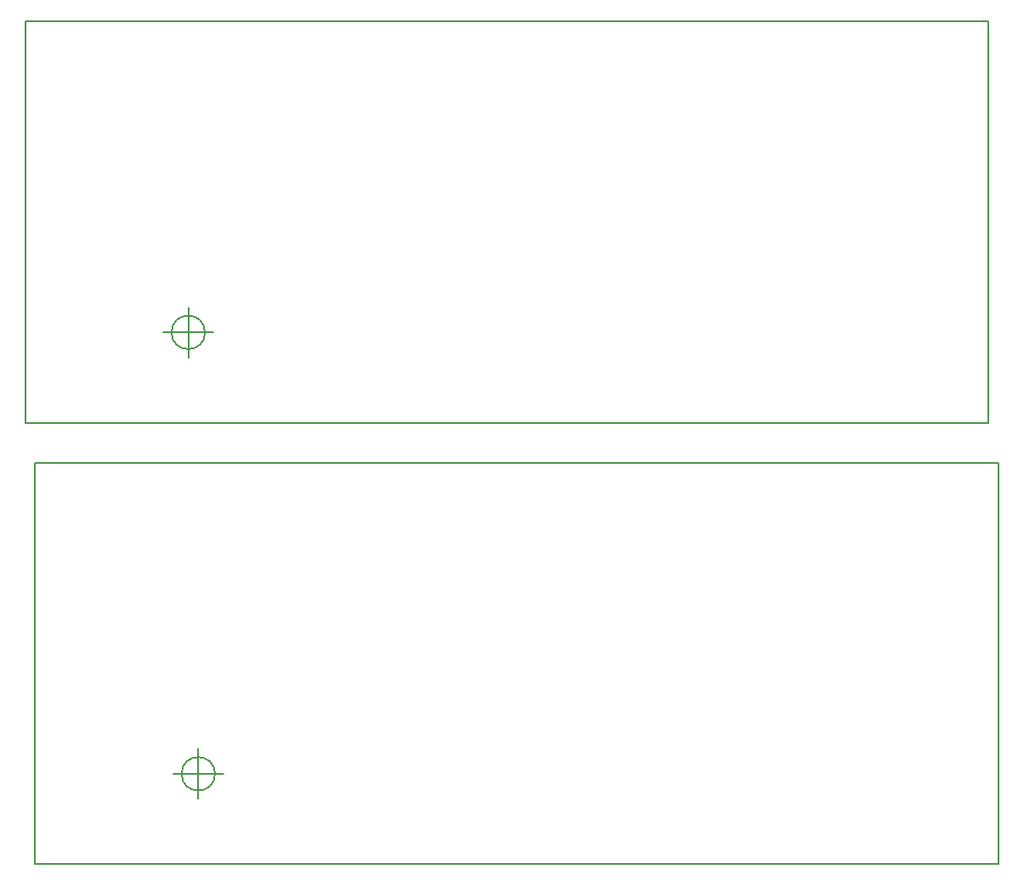
<source format=gm1>
%MOIN*%
%OFA0B0*%
%FSLAX46Y46*%
%IPPOS*%
%LPD*%
%ADD10C,0.0039370078740157488*%
%ADD11C,0.005905511811023622*%
%ADD22C,0.0039370078740157488*%
%ADD23C,0.005905511811023622*%
%LPD*%
G01*
D10*
D11*
X0003818897Y0003385826D02*
X0003818897Y0001811023D01*
X0000039370Y0001811023D02*
X0000039370Y0003385826D01*
X0000744750Y0002165354D02*
G75*
G03X0000744750Y0002165354I-0000065616D01*
G01*
X0000580708Y0002165354D02*
X0000777559Y0002165354D01*
X0000679133Y0002263779D02*
X0000679133Y0002066929D01*
X0003818897Y0001811023D02*
X0000039370Y0001811023D01*
X0000039370Y0003385826D02*
X0003818897Y0003385826D01*
G04 next file*
%LPD*%
G04 #@! TF.FileFunction,Profile,NP*
G04 Gerber Fmt 4.6, Leading zero omitted, Abs format (unit mm)*
G04 Created by KiCad (PCBNEW 4.0.7) date 08/13/18 19:56:33*
G01*
G04 APERTURE LIST*
G04 APERTURE END LIST*
D22*
D23*
X0003858267Y0001653543D02*
X0003858267Y0000078740D01*
X0000078740Y0000078740D02*
X0000078740Y0001653543D01*
X0000784120Y0000433070D02*
G75*
G03X0000784120Y0000433070I-0000065616D01*
G01*
X0000620078Y0000433070D02*
X0000816929Y0000433070D01*
X0000718503Y0000531496D02*
X0000718503Y0000334645D01*
X0003858267Y0000078740D02*
X0000078740Y0000078740D01*
X0000078740Y0001653543D02*
X0003858267Y0001653543D01*
M02*
</source>
